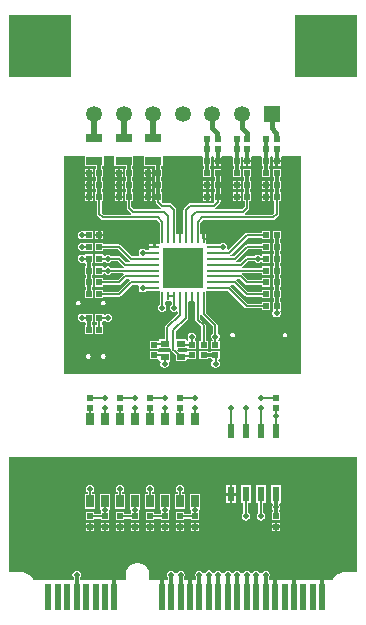
<source format=gbl>
G04*
G04 #@! TF.GenerationSoftware,Altium Limited,Altium Designer,22.1.2 (22)*
G04*
G04 Layer_Physical_Order=4*
G04 Layer_Color=16711680*
%FSLAX25Y25*%
%MOIN*%
G70*
G04*
G04 #@! TF.SameCoordinates,DC6CBC75-D83B-4164-BAAA-666503FEC379*
G04*
G04*
G04 #@! TF.FilePolarity,Positive*
G04*
G01*
G75*
%ADD11C,0.00787*%
%ADD14R,0.02047X0.01850*%
%ADD15R,0.02756X0.03937*%
%ADD16R,0.01850X0.02047*%
%ADD33R,0.02362X0.09055*%
%ADD34C,0.01181*%
%ADD35C,0.01968*%
%ADD36C,0.01575*%
%ADD37R,0.05315X0.05315*%
%ADD38C,0.05315*%
%ADD39R,0.20866X0.20866*%
%ADD40C,0.01968*%
%ADD42R,0.05512X0.02756*%
%ADD43R,0.02362X0.05118*%
%ADD44R,0.13583X0.13583*%
%ADD45R,0.00984X0.02756*%
%ADD46R,0.02756X0.00984*%
%ADD47R,0.02756X0.02362*%
G36*
X54500Y66929D02*
X-24500D01*
Y139500D01*
X-17520D01*
Y136279D01*
X-13681D01*
Y135276D01*
X-13996D01*
Y132441D01*
X-13681D01*
Y131339D01*
X-13996D01*
Y128504D01*
X-13681D01*
Y127402D01*
X-13996D01*
Y124567D01*
X-13480D01*
Y120256D01*
X-13419Y119949D01*
X-13245Y119688D01*
X-12052Y118495D01*
X-11791Y118321D01*
X-11484Y118260D01*
X-11484Y118260D01*
X6588D01*
X7465Y117384D01*
Y113583D01*
X7382D01*
Y110499D01*
X7382Y110138D01*
X7021Y110138D01*
X6102D01*
Y109252D01*
X5709D01*
Y108858D01*
X3937D01*
Y108669D01*
X3937Y108366D01*
X3553Y108086D01*
X2918D01*
X2552Y108451D01*
X2046Y108661D01*
X1498D01*
X991Y108451D01*
X604Y108064D01*
X394Y107557D01*
Y107009D01*
X556Y106617D01*
X335Y106117D01*
X-1833D01*
X-5535Y109820D01*
X-5796Y109994D01*
X-6103Y110055D01*
X-11358D01*
Y110669D01*
X-13996D01*
Y107835D01*
X-11358D01*
Y108449D01*
X-6435D01*
X-2733Y104747D01*
X-2733Y104747D01*
X-2586Y104649D01*
X-2709Y104149D01*
X-3801D01*
X-5535Y105883D01*
X-5535Y105883D01*
X-5796Y106057D01*
X-6103Y106118D01*
X-8697D01*
X-9062Y106483D01*
X-9568Y106693D01*
X-10117D01*
X-10623Y106483D01*
X-10858Y106248D01*
X-11358Y106432D01*
Y106732D01*
X-13996D01*
Y103898D01*
X-11358D01*
Y104198D01*
X-10858Y104382D01*
X-10623Y104147D01*
X-10117Y103937D01*
X-9568D01*
X-9062Y104147D01*
X-8697Y104512D01*
X-6435D01*
X-4702Y102778D01*
X-4702Y102778D01*
X-4555Y102681D01*
X-4678Y102181D01*
X-8697D01*
X-9062Y102546D01*
X-9568Y102756D01*
X-10117D01*
X-10623Y102546D01*
X-10858Y102311D01*
X-11358Y102495D01*
Y102795D01*
X-13996D01*
Y99961D01*
X-11358D01*
Y100261D01*
X-10858Y100445D01*
X-10623Y100209D01*
X-10117Y100000D01*
X-9568D01*
X-9062Y100209D01*
X-8697Y100575D01*
X-4677D01*
X-4555Y100075D01*
X-4702Y99977D01*
X-4702Y99977D01*
X-6435Y98243D01*
X-11358D01*
Y98858D01*
X-13996D01*
Y96024D01*
X-11358D01*
Y96637D01*
X-6103D01*
X-5796Y96699D01*
X-5535Y96873D01*
X-3801Y98606D01*
X-2709D01*
X-2586Y98106D01*
X-2733Y98008D01*
X-2734Y98006D01*
X-6435Y94306D01*
X-11358D01*
Y94921D01*
X-13996D01*
Y92087D01*
X-11358D01*
Y92700D01*
X-6102D01*
X-5795Y92762D01*
X-5534Y92936D01*
X-1832Y96638D01*
X335D01*
X556Y96138D01*
X394Y95746D01*
Y95198D01*
X604Y94692D01*
X991Y94304D01*
X1498Y94094D01*
X2046D01*
X2552Y94304D01*
X2918Y94669D01*
X3937D01*
Y94587D01*
X7021D01*
X7382Y94587D01*
X7382Y94226D01*
Y91142D01*
X7465D01*
Y90122D01*
X7100Y89757D01*
X6890Y89250D01*
Y88702D01*
X7100Y88196D01*
X7487Y87808D01*
X7994Y87598D01*
X8542D01*
X9048Y87808D01*
X9436Y88196D01*
X9646Y88702D01*
Y89250D01*
X9436Y89757D01*
X9071Y90122D01*
Y90758D01*
X9350Y91142D01*
X9653Y91142D01*
X11122D01*
X11402Y90758D01*
Y90122D01*
X11037Y89757D01*
X10827Y89250D01*
Y88702D01*
X11037Y88196D01*
X11424Y87808D01*
X11931Y87598D01*
X12479D01*
X12870Y87760D01*
X13370Y87540D01*
Y87006D01*
X9432Y83068D01*
X9258Y82807D01*
X9197Y82500D01*
Y78543D01*
X7283D01*
Y78167D01*
X6929Y77815D01*
X4095D01*
Y75177D01*
X6929D01*
Y75177D01*
X7283Y75394D01*
X10697D01*
X10827Y75394D01*
X11197Y75081D01*
Y75000D01*
X11258Y74693D01*
X11432Y74432D01*
X11989Y73876D01*
X11989Y73875D01*
X12013Y73860D01*
X12795Y73077D01*
Y71063D01*
X16339D01*
Y71440D01*
X16693Y71791D01*
X19528D01*
Y74429D01*
X16693D01*
Y74429D01*
X16339Y74213D01*
X13931D01*
X13250Y74894D01*
X13397Y75337D01*
X13449Y75394D01*
X16339D01*
X16693Y75177D01*
Y75177D01*
X19528D01*
Y77815D01*
X19229D01*
X19044Y78315D01*
X19278Y78549D01*
X19488Y79056D01*
Y79604D01*
X19278Y80111D01*
X18891Y80498D01*
X18384Y80708D01*
X17836D01*
X17330Y80498D01*
X16942Y80111D01*
X16732Y79604D01*
Y79056D01*
X16942Y78549D01*
X16768Y78034D01*
X16339Y78412D01*
Y78543D01*
X12803D01*
Y81167D01*
X16709Y85074D01*
X16883Y85334D01*
X16945Y85642D01*
Y90758D01*
X17224Y91142D01*
X17528Y91142D01*
X17717D01*
Y92913D01*
X18504D01*
Y91142D01*
X18996D01*
X19276Y90758D01*
Y85039D01*
X19337Y84732D01*
X19511Y84471D01*
X21244Y82738D01*
Y77815D01*
X20630D01*
Y75177D01*
X23465D01*
Y77815D01*
X22850D01*
Y83070D01*
X22850Y83070D01*
X22789Y83378D01*
X22615Y83638D01*
X20882Y85372D01*
Y86464D01*
X21382Y86586D01*
X21480Y86440D01*
X25181Y82738D01*
Y80476D01*
X24816Y80111D01*
X24606Y79604D01*
Y79056D01*
X24816Y78549D01*
X25050Y78315D01*
X24865Y77815D01*
X24567D01*
Y75177D01*
X27402D01*
Y77815D01*
X27102D01*
X26917Y78315D01*
X27152Y78549D01*
X27362Y79056D01*
Y79604D01*
X27152Y80111D01*
X26787Y80476D01*
Y83070D01*
X26726Y83378D01*
X26552Y83638D01*
X26552Y83638D01*
X22850Y87340D01*
Y91142D01*
X22933D01*
Y94226D01*
X22933Y94587D01*
X23294Y94587D01*
X26378D01*
Y94669D01*
X30180D01*
X35850Y88999D01*
X35850Y88999D01*
X36110Y88825D01*
X36418Y88764D01*
X41673D01*
Y88150D01*
X44311D01*
Y90984D01*
X41673D01*
Y90370D01*
X36750D01*
X31080Y96040D01*
X30934Y96138D01*
X31059Y96638D01*
X32148D01*
X35850Y92936D01*
X35850Y92936D01*
X36110Y92762D01*
X36418Y92701D01*
X36418Y92701D01*
X41673D01*
Y92087D01*
X44311D01*
Y94921D01*
X41673D01*
Y94307D01*
X36750D01*
X33048Y98009D01*
X32902Y98106D01*
X33027Y98606D01*
X34117D01*
X35850Y96873D01*
X35850Y96873D01*
X36110Y96699D01*
X36418Y96638D01*
X36418Y96638D01*
X41673D01*
Y96024D01*
X44311D01*
Y98858D01*
X41673D01*
Y98244D01*
X36750D01*
X35017Y99977D01*
X34871Y100075D01*
X34996Y100575D01*
X41673D01*
Y99961D01*
X44311D01*
Y102795D01*
X41673D01*
Y102181D01*
X34993D01*
X34870Y102681D01*
X35017Y102778D01*
X36750Y104512D01*
X39012D01*
X39378Y104147D01*
X39884Y103937D01*
X40432D01*
X40939Y104147D01*
X41173Y104381D01*
X41673Y104196D01*
Y103898D01*
X44311D01*
Y106732D01*
X41673D01*
Y106433D01*
X41173Y106248D01*
X40939Y106483D01*
X40432Y106693D01*
X39884D01*
X39378Y106483D01*
X39013Y106118D01*
X36418D01*
X36418Y106118D01*
X36110Y106057D01*
X35850Y105883D01*
X35850Y105883D01*
X34116Y104149D01*
X33024D01*
X32901Y104649D01*
X33048Y104747D01*
X36750Y108449D01*
X41673D01*
Y107835D01*
X44311D01*
Y110669D01*
X41673D01*
Y110055D01*
X36418D01*
X36418Y110055D01*
X36110Y109994D01*
X35850Y109820D01*
X35850Y109820D01*
X32148Y106117D01*
X31056D01*
X30933Y106617D01*
X31080Y106716D01*
X36750Y112386D01*
X41673D01*
Y111772D01*
X44311D01*
Y114606D01*
X41673D01*
Y113992D01*
X36418D01*
X36110Y113931D01*
X35850Y113757D01*
X35850Y113757D01*
X30420Y108327D01*
X30195Y108369D01*
X29900Y108925D01*
X29921Y108977D01*
Y109526D01*
X29711Y110032D01*
X29324Y110420D01*
X28817Y110630D01*
X28269D01*
X27763Y110420D01*
X27397Y110055D01*
X26378D01*
Y110138D01*
X23294D01*
X22933Y110138D01*
X22933Y110499D01*
Y111417D01*
X22047D01*
Y111811D01*
X21654D01*
Y113583D01*
X21465D01*
X21161Y113583D01*
X20882Y113967D01*
Y117384D01*
X21758Y118260D01*
X45185D01*
X45492Y118321D01*
X45753Y118495D01*
X46946Y119688D01*
X47120Y119949D01*
X47181Y120256D01*
X47181Y120256D01*
Y124567D01*
X47697D01*
Y127402D01*
X47381D01*
Y128504D01*
X47697D01*
Y131339D01*
X47381D01*
Y132441D01*
X47697D01*
Y135276D01*
X45059D01*
Y132441D01*
X45374D01*
Y131339D01*
X45059D01*
Y128504D01*
X45374D01*
Y127402D01*
X45059D01*
Y124567D01*
X45575D01*
Y120588D01*
X44853Y119866D01*
X35886D01*
X35764Y120366D01*
X35910Y120464D01*
X37103Y121657D01*
X37277Y121917D01*
X37338Y122224D01*
X37338Y122224D01*
Y124567D01*
X37854D01*
Y127402D01*
X37539D01*
Y128504D01*
X37854D01*
Y131339D01*
X37539D01*
Y132441D01*
X37854D01*
Y135276D01*
X35217D01*
Y132441D01*
X35532D01*
Y131339D01*
X35217D01*
Y128504D01*
X35532D01*
Y127402D01*
X35217D01*
Y124567D01*
X35733D01*
Y122557D01*
X35010Y121834D01*
X26044D01*
X25921Y122334D01*
X26068Y122432D01*
X27261Y123625D01*
X27435Y123886D01*
X27496Y124193D01*
X27801Y124567D01*
X28012D01*
Y127402D01*
X27696D01*
Y128504D01*
X28012D01*
Y131339D01*
X27696D01*
Y132441D01*
X28012D01*
Y135276D01*
X25374D01*
Y132441D01*
X25689D01*
Y131339D01*
X25374D01*
Y128504D01*
X25689D01*
Y127402D01*
X25374D01*
Y124567D01*
X25374D01*
X25416Y124200D01*
X25050Y123803D01*
X17489D01*
X17181Y123742D01*
X16921Y123568D01*
X16921Y123568D01*
X15574Y122221D01*
X15400Y121960D01*
X15339Y121653D01*
Y113967D01*
X15059Y113583D01*
X14756Y113583D01*
X14567D01*
Y111811D01*
X13780D01*
Y113583D01*
X13287D01*
X13008Y113967D01*
Y121653D01*
X12946Y121960D01*
X12772Y122221D01*
X12772Y122221D01*
X11426Y123568D01*
X11165Y123742D01*
X10858Y123803D01*
X8651D01*
X8285Y124200D01*
X8327Y124567D01*
X8327D01*
Y127402D01*
X8011D01*
Y128504D01*
X8327D01*
Y131339D01*
X8011D01*
Y132441D01*
X8327D01*
Y135276D01*
X8011D01*
Y136279D01*
X8465D01*
Y139500D01*
X21607D01*
X21988Y139213D01*
Y136378D01*
X22304D01*
Y135276D01*
X21988D01*
Y132441D01*
X24626D01*
Y135276D01*
X24311D01*
Y136378D01*
X24626D01*
Y139213D01*
X25000Y139495D01*
X25374Y139213D01*
X25374Y139000D01*
Y138189D01*
X26693D01*
X28012D01*
Y139000D01*
X28012Y139213D01*
X28393Y139500D01*
X31450D01*
X31831Y139213D01*
Y136378D01*
X32146D01*
Y135276D01*
X31831D01*
Y132441D01*
X34468D01*
Y135276D01*
X34153D01*
Y136378D01*
X34468D01*
Y139213D01*
X34843Y139495D01*
X35217Y139213D01*
X35217Y139000D01*
Y138189D01*
X36535D01*
X37854D01*
Y139000D01*
X37854Y139213D01*
X38235Y139500D01*
X41292D01*
X41673Y139213D01*
Y136378D01*
X41989D01*
Y135276D01*
X41673D01*
Y132441D01*
X44311D01*
Y135276D01*
X43996D01*
Y136378D01*
X44311D01*
Y139213D01*
X44685Y139495D01*
X45059Y139213D01*
X45059Y139000D01*
Y138189D01*
X46378D01*
X47697D01*
Y139000D01*
X47697Y139213D01*
X48078Y139500D01*
X54500D01*
Y66929D01*
D02*
G37*
G36*
X2165Y136279D02*
X6004D01*
Y135276D01*
X5689D01*
Y132441D01*
X6004D01*
Y131339D01*
X5689D01*
Y128504D01*
X6004D01*
Y127402D01*
X5689D01*
Y124567D01*
X6205D01*
Y124193D01*
X6266Y123886D01*
X6440Y123625D01*
X7633Y122432D01*
X7780Y122334D01*
X7657Y121834D01*
X-1309D01*
X-2032Y122557D01*
Y124567D01*
X-1516D01*
Y127402D01*
X-1831D01*
Y128504D01*
X-1516D01*
Y131339D01*
X-1831D01*
Y132441D01*
X-1516D01*
Y135276D01*
X-1831D01*
Y136279D01*
X-1378D01*
Y139500D01*
X2165D01*
Y136279D01*
D02*
G37*
G36*
X-7677D02*
X-3838D01*
Y135276D01*
X-4154D01*
Y132441D01*
X-3838D01*
Y131339D01*
X-4154D01*
Y128504D01*
X-3838D01*
Y127402D01*
X-4154D01*
Y124567D01*
X-3638D01*
Y122224D01*
X-3576Y121917D01*
X-3402Y121657D01*
X-2209Y120464D01*
X-2063Y120366D01*
X-2185Y119866D01*
X-11152D01*
X-11874Y120588D01*
Y124567D01*
X-11358D01*
Y127402D01*
X-11674D01*
Y128504D01*
X-11358D01*
Y131339D01*
X-11674D01*
Y132441D01*
X-11358D01*
Y135276D01*
X-11674D01*
Y136279D01*
X-11220D01*
Y139500D01*
X-7677D01*
Y136279D01*
D02*
G37*
G36*
X73209Y807D02*
X68898D01*
X68873Y802D01*
X68848Y805D01*
X68540Y790D01*
X68468Y772D01*
X68393D01*
X67788Y652D01*
X67696Y614D01*
X67599Y595D01*
X67029Y358D01*
X66947Y303D01*
X66855Y266D01*
X66342Y-77D01*
X66272Y-147D01*
X66190Y-202D01*
X65753Y-639D01*
X65698Y-721D01*
X65629Y-791D01*
X65286Y-1304D01*
X65248Y-1396D01*
X65193Y-1478D01*
X65003Y-1936D01*
X43720D01*
Y-978D01*
X44014Y-538D01*
X44122Y0D01*
X44014Y538D01*
X43710Y993D01*
X43254Y1298D01*
X42717Y1405D01*
X42179Y1298D01*
X41723Y993D01*
X41418Y538D01*
X41397Y428D01*
X40887D01*
X40865Y538D01*
X40560Y993D01*
X40105Y1298D01*
X39567Y1405D01*
X39029Y1298D01*
X38574Y993D01*
X38269Y538D01*
X38247Y428D01*
X37737D01*
X37715Y538D01*
X37411Y993D01*
X36955Y1298D01*
X36417Y1405D01*
X35880Y1298D01*
X35424Y993D01*
X35119Y538D01*
X35097Y428D01*
X34588D01*
X34566Y538D01*
X34261Y993D01*
X33805Y1298D01*
X33268Y1405D01*
X32730Y1298D01*
X32274Y993D01*
X31970Y538D01*
X31948Y428D01*
X31438D01*
X31416Y538D01*
X31112Y993D01*
X30656Y1298D01*
X30118Y1405D01*
X29581Y1298D01*
X29125Y993D01*
X28820Y538D01*
X28798Y428D01*
X28288D01*
X28267Y538D01*
X27962Y993D01*
X27506Y1298D01*
X26969Y1405D01*
X26431Y1298D01*
X25975Y993D01*
X25670Y538D01*
X25649Y428D01*
X25139D01*
X25117Y538D01*
X24812Y993D01*
X24356Y1298D01*
X23819Y1405D01*
X23281Y1298D01*
X22825Y993D01*
X22521Y538D01*
X22499Y428D01*
X21989D01*
X21967Y538D01*
X21663Y993D01*
X21207Y1298D01*
X20669Y1405D01*
X20132Y1298D01*
X19676Y993D01*
X19371Y538D01*
X19264Y0D01*
X19371Y-538D01*
X19666Y-978D01*
Y-1936D01*
X15374D01*
Y-978D01*
X15668Y-538D01*
X15775Y0D01*
X15668Y538D01*
X15363Y993D01*
X14908Y1298D01*
X14370Y1405D01*
X13832Y1298D01*
X13377Y993D01*
X13072Y538D01*
X13050Y428D01*
X12540D01*
X12518Y538D01*
X12214Y993D01*
X11758Y1298D01*
X11220Y1405D01*
X10683Y1298D01*
X10227Y993D01*
X9922Y538D01*
X9815Y0D01*
X9922Y-538D01*
X10217Y-978D01*
Y-1936D01*
X3956D01*
Y0D01*
X3950Y33D01*
X3954Y66D01*
X3929Y451D01*
X3903Y546D01*
X3897Y645D01*
X3697Y1390D01*
X3639Y1508D01*
X3597Y1632D01*
X3212Y2299D01*
X3125Y2398D01*
X3052Y2507D01*
X2507Y3052D01*
X2398Y3125D01*
X2299Y3212D01*
X1632Y3597D01*
X1507Y3639D01*
X1390Y3697D01*
X645Y3897D01*
X514Y3905D01*
X385Y3931D01*
X-385D01*
X-514Y3905D01*
X-645Y3897D01*
X-1390Y3697D01*
X-1508Y3639D01*
X-1632Y3597D01*
X-2299Y3212D01*
X-2398Y3125D01*
X-2507Y3052D01*
X-3052Y2507D01*
X-3125Y2398D01*
X-3212Y2299D01*
X-3597Y1632D01*
X-3639Y1507D01*
X-3697Y1390D01*
X-3897Y645D01*
X-3903Y546D01*
X-3929Y451D01*
X-3954Y66D01*
X-3950Y33D01*
X-3956Y0D01*
Y-1936D01*
X-19272D01*
Y-978D01*
X-18978Y-538D01*
X-18871Y0D01*
X-18978Y538D01*
X-19282Y993D01*
X-19738Y1298D01*
X-20276Y1405D01*
X-20813Y1298D01*
X-21269Y993D01*
X-21574Y538D01*
X-21680Y0D01*
X-21574Y-538D01*
X-21279Y-978D01*
Y-1936D01*
X-34688D01*
X-34878Y-1478D01*
X-34933Y-1396D01*
X-34971Y-1304D01*
X-35314Y-791D01*
X-35383Y-721D01*
X-35438Y-639D01*
X-35875Y-202D01*
X-35957Y-147D01*
X-36027Y-77D01*
X-36540Y266D01*
X-36632Y303D01*
X-36714Y358D01*
X-37284Y595D01*
X-37381Y614D01*
X-37473Y652D01*
X-38078Y772D01*
X-38153D01*
X-38225Y790D01*
X-38533Y805D01*
X-38558Y802D01*
X-38583Y807D01*
X-42894D01*
Y39370D01*
X73209D01*
Y807D01*
D02*
G37*
%LPC*%
G36*
X47697Y137402D02*
X46772D01*
Y136378D01*
X47697D01*
Y137402D01*
D02*
G37*
G36*
X45984D02*
X45059D01*
Y136378D01*
X45984D01*
Y137402D01*
D02*
G37*
G36*
X37854D02*
X36929D01*
Y136378D01*
X37854D01*
Y137402D01*
D02*
G37*
G36*
X36142D02*
X35217D01*
Y136378D01*
X36142D01*
Y137402D01*
D02*
G37*
G36*
X28012D02*
X27087D01*
Y136378D01*
X28012D01*
Y137402D01*
D02*
G37*
G36*
X26299D02*
X25374D01*
Y136378D01*
X26299D01*
Y137402D01*
D02*
G37*
G36*
X-14744Y135276D02*
X-15669D01*
Y134252D01*
X-14744D01*
Y135276D01*
D02*
G37*
G36*
X-16457D02*
X-17382D01*
Y134252D01*
X-16457D01*
Y135276D01*
D02*
G37*
G36*
X-14744Y133465D02*
X-15669D01*
Y132441D01*
X-14744D01*
Y133465D01*
D02*
G37*
G36*
X-16457D02*
X-17382D01*
Y132441D01*
X-16457D01*
Y133465D01*
D02*
G37*
G36*
X44311Y131339D02*
X43386D01*
Y130315D01*
X44311D01*
Y131339D01*
D02*
G37*
G36*
X42598D02*
X41673D01*
Y130315D01*
X42598D01*
Y131339D01*
D02*
G37*
G36*
X34468D02*
X33543D01*
Y130315D01*
X34468D01*
Y131339D01*
D02*
G37*
G36*
X32756D02*
X31831D01*
Y130315D01*
X32756D01*
Y131339D01*
D02*
G37*
G36*
X24626D02*
X23701D01*
Y130315D01*
X24626D01*
Y131339D01*
D02*
G37*
G36*
X22913D02*
X21988D01*
Y130315D01*
X22913D01*
Y131339D01*
D02*
G37*
G36*
X-14744D02*
X-15669D01*
Y130315D01*
X-14744D01*
Y131339D01*
D02*
G37*
G36*
X-16457D02*
X-17382D01*
Y130315D01*
X-16457D01*
Y131339D01*
D02*
G37*
G36*
X44311Y129528D02*
X43386D01*
Y128504D01*
X44311D01*
Y129528D01*
D02*
G37*
G36*
X42598D02*
X41673D01*
Y128504D01*
X42598D01*
Y129528D01*
D02*
G37*
G36*
X34468D02*
X33543D01*
Y128504D01*
X34468D01*
Y129528D01*
D02*
G37*
G36*
X32756D02*
X31831D01*
Y128504D01*
X32756D01*
Y129528D01*
D02*
G37*
G36*
X24626D02*
X23701D01*
Y128504D01*
X24626D01*
Y129528D01*
D02*
G37*
G36*
X22913D02*
X21988D01*
Y128504D01*
X22913D01*
Y129528D01*
D02*
G37*
G36*
X-14744D02*
X-15669D01*
Y128504D01*
X-14744D01*
Y129528D01*
D02*
G37*
G36*
X-16457D02*
X-17382D01*
Y128504D01*
X-16457D01*
Y129528D01*
D02*
G37*
G36*
X44311Y127402D02*
X43386D01*
Y126378D01*
X44311D01*
Y127402D01*
D02*
G37*
G36*
X42598D02*
X41673D01*
Y126378D01*
X42598D01*
Y127402D01*
D02*
G37*
G36*
X34468D02*
X33543D01*
Y126378D01*
X34468D01*
Y127402D01*
D02*
G37*
G36*
X32756D02*
X31831D01*
Y126378D01*
X32756D01*
Y127402D01*
D02*
G37*
G36*
X24626D02*
X23701D01*
Y126378D01*
X24626D01*
Y127402D01*
D02*
G37*
G36*
X22913D02*
X21988D01*
Y126378D01*
X22913D01*
Y127402D01*
D02*
G37*
G36*
X-14744D02*
X-15669D01*
Y126378D01*
X-14744D01*
Y127402D01*
D02*
G37*
G36*
X-16457D02*
X-17382D01*
Y126378D01*
X-16457D01*
Y127402D01*
D02*
G37*
G36*
X44311Y125591D02*
X43386D01*
Y124567D01*
X44311D01*
Y125591D01*
D02*
G37*
G36*
X42598D02*
X41673D01*
Y124567D01*
X42598D01*
Y125591D01*
D02*
G37*
G36*
X34468D02*
X33543D01*
Y124567D01*
X34468D01*
Y125591D01*
D02*
G37*
G36*
X32756D02*
X31831D01*
Y124567D01*
X32756D01*
Y125591D01*
D02*
G37*
G36*
X24626D02*
X23701D01*
Y124567D01*
X24626D01*
Y125591D01*
D02*
G37*
G36*
X22913D02*
X21988D01*
Y124567D01*
X22913D01*
Y125591D01*
D02*
G37*
G36*
X-14744D02*
X-15669D01*
Y124567D01*
X-14744D01*
Y125591D01*
D02*
G37*
G36*
X-16457D02*
X-17382D01*
Y124567D01*
X-16457D01*
Y125591D01*
D02*
G37*
G36*
X-17382Y114606D02*
X-17882Y114423D01*
X-18230Y114567D01*
X-18778D01*
X-19285Y114357D01*
X-19672Y113970D01*
X-19882Y113463D01*
Y112915D01*
X-19672Y112408D01*
X-19285Y112021D01*
X-18778Y111811D01*
X-18230D01*
X-17882Y111955D01*
X-17382Y111772D01*
Y111772D01*
X-14744D01*
Y114606D01*
X-17382D01*
Y114606D01*
D02*
G37*
G36*
X-11358Y114606D02*
X-12284D01*
Y113583D01*
X-11358D01*
Y114606D01*
D02*
G37*
G36*
X-13071D02*
X-13996D01*
Y113583D01*
X-13071D01*
Y114606D01*
D02*
G37*
G36*
X22441Y113583D02*
Y112205D01*
X22933D01*
Y113583D01*
X22441D01*
D02*
G37*
G36*
X-11358Y112795D02*
X-12284D01*
Y111772D01*
X-11358D01*
Y112795D01*
D02*
G37*
G36*
X-13071D02*
X-13996D01*
Y111772D01*
X-13071D01*
Y112795D01*
D02*
G37*
G36*
X-17382Y110669D02*
X-17882Y110486D01*
X-18230Y110630D01*
X-18778D01*
X-19285Y110420D01*
X-19672Y110032D01*
X-19882Y109526D01*
Y108978D01*
X-19672Y108471D01*
X-19285Y108084D01*
X-18778Y107874D01*
X-18230D01*
X-17882Y108018D01*
X-17382Y107835D01*
Y107835D01*
X-14744D01*
Y110669D01*
X-17382D01*
Y110669D01*
D02*
G37*
G36*
X5315Y110138D02*
X3937D01*
Y109646D01*
X5315D01*
Y110138D01*
D02*
G37*
G36*
X-17382Y106732D02*
X-17882Y106549D01*
X-18230Y106693D01*
X-18778D01*
X-19285Y106483D01*
X-19672Y106096D01*
X-19882Y105589D01*
Y105041D01*
X-19672Y104534D01*
X-19285Y104147D01*
X-18778Y103937D01*
X-18230D01*
X-17882Y104081D01*
X-17382Y103898D01*
D01*
X-17066Y103528D01*
Y102795D01*
X-17382D01*
Y99961D01*
X-17066D01*
Y98858D01*
X-17382D01*
Y96024D01*
X-17066D01*
Y94921D01*
X-17382D01*
Y92087D01*
X-14744D01*
Y94921D01*
X-15059D01*
Y96024D01*
X-14744D01*
Y98858D01*
X-15059D01*
Y99961D01*
X-14744D01*
Y102795D01*
X-15059D01*
Y103898D01*
X-14744D01*
Y106732D01*
X-17382D01*
Y106732D01*
D02*
G37*
G36*
X-11272Y91339D02*
X-11586D01*
X-11875Y91219D01*
X-12097Y90997D01*
X-12217Y90708D01*
Y90395D01*
X-12097Y90105D01*
X-11875Y89884D01*
X-11586Y89764D01*
X-11272D01*
X-10983Y89884D01*
X-10762Y90105D01*
X-10642Y90395D01*
Y90708D01*
X-10762Y90997D01*
X-10983Y91219D01*
X-11272Y91339D01*
D02*
G37*
G36*
X-19528D02*
X-19842D01*
X-20131Y91219D01*
X-20353Y90997D01*
X-20472Y90708D01*
Y90395D01*
X-20353Y90105D01*
X-20131Y89884D01*
X-19842Y89764D01*
X-19528D01*
X-19239Y89884D01*
X-19017Y90105D01*
X-18898Y90395D01*
Y90708D01*
X-19017Y90997D01*
X-19239Y91219D01*
X-19528Y91339D01*
D02*
G37*
G36*
X-17382Y87047D02*
X-17882Y86864D01*
X-18230Y87008D01*
X-18778D01*
X-19285Y86798D01*
X-19672Y86410D01*
X-19882Y85904D01*
Y85356D01*
X-19672Y84849D01*
X-19285Y84462D01*
X-18778Y84252D01*
X-18230D01*
X-17882Y84396D01*
X-17382Y84213D01*
D01*
X-17066Y83843D01*
Y83110D01*
X-17382D01*
Y80276D01*
X-14744D01*
Y83110D01*
X-15059D01*
Y84213D01*
X-14744D01*
Y87047D01*
X-17382D01*
Y87047D01*
D02*
G37*
G36*
X47697Y114606D02*
X45059D01*
Y111772D01*
X45374D01*
Y110669D01*
X45059D01*
Y107835D01*
X45374D01*
Y106732D01*
X45059D01*
Y103898D01*
X45374D01*
Y102795D01*
X45059D01*
Y99961D01*
X45374D01*
Y98858D01*
X45059D01*
Y96024D01*
X45374D01*
Y94921D01*
X45059D01*
Y92087D01*
X45374D01*
Y90984D01*
X45059D01*
Y88150D01*
X45059Y88150D01*
X45059D01*
X45103Y87650D01*
X45000Y87400D01*
Y86852D01*
X45210Y86345D01*
X45597Y85958D01*
X46104Y85748D01*
X46652D01*
X47159Y85958D01*
X47546Y86345D01*
X47756Y86852D01*
Y87400D01*
X47653Y87650D01*
X47697Y88150D01*
X47697Y88150D01*
X47697Y88150D01*
Y90984D01*
X47381D01*
Y92087D01*
X47697D01*
Y94921D01*
X47381D01*
Y96024D01*
X47697D01*
Y98858D01*
X47381D01*
Y99961D01*
X47697D01*
Y102795D01*
X47381D01*
Y103898D01*
X47697D01*
Y106732D01*
X47381D01*
Y107835D01*
X47697D01*
Y110669D01*
X47381D01*
Y111772D01*
X47697D01*
Y114606D01*
D02*
G37*
G36*
X-11358Y87047D02*
X-13996D01*
Y84213D01*
X-13480D01*
Y83110D01*
X-13996D01*
Y80276D01*
X-11358D01*
Y83110D01*
X-11874D01*
Y84213D01*
X-11358D01*
Y84513D01*
X-10858Y84697D01*
X-10623Y84462D01*
X-10117Y84252D01*
X-9568D01*
X-9062Y84462D01*
X-8674Y84849D01*
X-8465Y85356D01*
Y85904D01*
X-8674Y86410D01*
X-9062Y86798D01*
X-9568Y87008D01*
X-10117D01*
X-10623Y86798D01*
X-10858Y86563D01*
X-11358Y86747D01*
Y87047D01*
D02*
G37*
G36*
X49369Y80709D02*
X49056D01*
X48767Y80589D01*
X48545Y80367D01*
X48425Y80078D01*
Y79765D01*
X48545Y79475D01*
X48767Y79254D01*
X49056Y79134D01*
X49369D01*
X49659Y79254D01*
X49880Y79475D01*
X50000Y79765D01*
Y80078D01*
X49880Y80367D01*
X49659Y80589D01*
X49369Y80709D01*
D02*
G37*
G36*
X31885D02*
X31572D01*
X31282Y80589D01*
X31061Y80367D01*
X30941Y80078D01*
Y79765D01*
X31061Y79475D01*
X31282Y79254D01*
X31572Y79134D01*
X31885D01*
X32174Y79254D01*
X32396Y79475D01*
X32516Y79765D01*
Y80078D01*
X32396Y80367D01*
X32174Y80589D01*
X31885Y80709D01*
D02*
G37*
G36*
X27402Y74429D02*
X24567D01*
Y74114D01*
X23465D01*
Y74429D01*
X20630D01*
Y71791D01*
X23465D01*
Y72107D01*
X24567D01*
Y71791D01*
X24930D01*
X25114Y71291D01*
X24879Y71056D01*
X24669Y70550D01*
Y70002D01*
X24879Y69495D01*
X25267Y69107D01*
X25773Y68898D01*
X26321D01*
X26828Y69107D01*
X27215Y69495D01*
X27425Y70002D01*
Y70550D01*
X27215Y71056D01*
X26980Y71291D01*
X27164Y71791D01*
X27402D01*
Y74429D01*
D02*
G37*
G36*
X-11272Y73622D02*
X-11586D01*
X-11875Y73502D01*
X-12097Y73281D01*
X-12217Y72991D01*
Y72678D01*
X-12097Y72389D01*
X-11875Y72167D01*
X-11586Y72047D01*
X-11272D01*
X-10983Y72167D01*
X-10762Y72389D01*
X-10642Y72678D01*
Y72991D01*
X-10762Y73281D01*
X-10983Y73502D01*
X-11272Y73622D01*
D02*
G37*
G36*
X-16273D02*
X-16586D01*
X-16875Y73502D01*
X-17097Y73281D01*
X-17217Y72991D01*
Y72678D01*
X-17097Y72389D01*
X-16875Y72167D01*
X-16586Y72047D01*
X-16273D01*
X-15983Y72167D01*
X-15762Y72389D01*
X-15642Y72678D01*
Y72991D01*
X-15762Y73281D01*
X-15983Y73502D01*
X-16273Y73622D01*
D02*
G37*
G36*
X6929Y74429D02*
Y74429D01*
X4095D01*
Y71791D01*
X6929D01*
X7283Y71440D01*
Y71063D01*
X7349D01*
X7683Y70563D01*
X7677Y70550D01*
Y70002D01*
X7887Y69495D01*
X8275Y69107D01*
X8781Y68898D01*
X9329D01*
X9836Y69107D01*
X10223Y69495D01*
X10433Y70002D01*
Y70550D01*
X10428Y70563D01*
X10762Y71063D01*
X10827D01*
Y74213D01*
X7283D01*
X6929Y74429D01*
D02*
G37*
G36*
X4941Y135276D02*
X4016D01*
Y134252D01*
X4941D01*
Y135276D01*
D02*
G37*
G36*
X3228D02*
X2303D01*
Y134252D01*
X3228D01*
Y135276D01*
D02*
G37*
G36*
X4941Y133465D02*
X4016D01*
Y132441D01*
X4941D01*
Y133465D01*
D02*
G37*
G36*
X3228D02*
X2303D01*
Y132441D01*
X3228D01*
Y133465D01*
D02*
G37*
G36*
X4941Y131339D02*
X4016D01*
Y130315D01*
X4941D01*
Y131339D01*
D02*
G37*
G36*
X3228D02*
X2303D01*
Y130315D01*
X3228D01*
Y131339D01*
D02*
G37*
G36*
X4941Y129528D02*
X4016D01*
Y128504D01*
X4941D01*
Y129528D01*
D02*
G37*
G36*
X3228D02*
X2303D01*
Y128504D01*
X3228D01*
Y129528D01*
D02*
G37*
G36*
X4941Y127402D02*
X4016D01*
Y126378D01*
X4941D01*
Y127402D01*
D02*
G37*
G36*
X3228D02*
X2303D01*
Y126378D01*
X3228D01*
Y127402D01*
D02*
G37*
G36*
X4941Y125591D02*
X4016D01*
Y124567D01*
X4941D01*
Y125591D01*
D02*
G37*
G36*
X3228D02*
X2303D01*
Y124567D01*
X3228D01*
Y125591D01*
D02*
G37*
G36*
X-4902Y135276D02*
X-5827D01*
Y134252D01*
X-4902D01*
Y135276D01*
D02*
G37*
G36*
X-6614D02*
X-7539D01*
Y134252D01*
X-6614D01*
Y135276D01*
D02*
G37*
G36*
X-4902Y133465D02*
X-5827D01*
Y132441D01*
X-4902D01*
Y133465D01*
D02*
G37*
G36*
X-6614D02*
X-7539D01*
Y132441D01*
X-6614D01*
Y133465D01*
D02*
G37*
G36*
X-4902Y131339D02*
X-5827D01*
Y130315D01*
X-4902D01*
Y131339D01*
D02*
G37*
G36*
X-6614D02*
X-7539D01*
Y130315D01*
X-6614D01*
Y131339D01*
D02*
G37*
G36*
X-4902Y129528D02*
X-5827D01*
Y128504D01*
X-4902D01*
Y129528D01*
D02*
G37*
G36*
X-6614D02*
X-7539D01*
Y128504D01*
X-6614D01*
Y129528D01*
D02*
G37*
G36*
X-4902Y127402D02*
X-5827D01*
Y126378D01*
X-4902D01*
Y127402D01*
D02*
G37*
G36*
X-6614D02*
X-7539D01*
Y126378D01*
X-6614D01*
Y127402D01*
D02*
G37*
G36*
X-4902Y125591D02*
X-5827D01*
Y124567D01*
X-4902D01*
Y125591D01*
D02*
G37*
G36*
X-6614D02*
X-7539D01*
Y124567D01*
X-6614D01*
Y125591D01*
D02*
G37*
G36*
X32697Y29724D02*
X31516D01*
Y27165D01*
X32697D01*
Y29724D01*
D02*
G37*
G36*
X30728D02*
X29547D01*
Y27165D01*
X30728D01*
Y29724D01*
D02*
G37*
G36*
X32697Y26378D02*
X31516D01*
Y23819D01*
X32697D01*
Y26378D01*
D02*
G37*
G36*
X30728D02*
X29547D01*
Y23819D01*
X30728D01*
Y26378D01*
D02*
G37*
G36*
X14193Y29948D02*
X13655Y29841D01*
X13200Y29537D01*
X12895Y29081D01*
X12788Y28543D01*
X12895Y28006D01*
X13200Y27550D01*
X13390Y27422D01*
Y26772D01*
X12421D01*
Y22047D01*
X15965D01*
Y26772D01*
X14996D01*
Y27422D01*
X15186Y27550D01*
X15491Y28006D01*
X15598Y28543D01*
X15491Y29081D01*
X15186Y29537D01*
X14731Y29841D01*
X14193Y29948D01*
D02*
G37*
G36*
X4193D02*
X3655Y29841D01*
X3199Y29537D01*
X2895Y29081D01*
X2788Y28543D01*
X2895Y28006D01*
X3199Y27550D01*
X3390Y27422D01*
Y26772D01*
X2421D01*
Y22047D01*
X5965D01*
Y26772D01*
X4996D01*
Y27422D01*
X5186Y27550D01*
X5491Y28006D01*
X5598Y28543D01*
X5491Y29081D01*
X5186Y29537D01*
X4731Y29841D01*
X4193Y29948D01*
D02*
G37*
G36*
X-5807D02*
X-6345Y29841D01*
X-6801Y29537D01*
X-7105Y29081D01*
X-7212Y28543D01*
X-7105Y28006D01*
X-6801Y27550D01*
X-6610Y27422D01*
Y26772D01*
X-7579D01*
Y22047D01*
X-4035D01*
Y26772D01*
X-5004D01*
Y27422D01*
X-4814Y27550D01*
X-4509Y28006D01*
X-4402Y28543D01*
X-4509Y29081D01*
X-4814Y29537D01*
X-5269Y29841D01*
X-5807Y29948D01*
D02*
G37*
G36*
X-15807D02*
X-16345Y29841D01*
X-16801Y29537D01*
X-17105Y29081D01*
X-17212Y28543D01*
X-17105Y28006D01*
X-16801Y27550D01*
X-16610Y27422D01*
Y26772D01*
X-17579D01*
Y22047D01*
X-14035D01*
Y26772D01*
X-15004D01*
Y27422D01*
X-14814Y27550D01*
X-14509Y28006D01*
X-14402Y28543D01*
X-14509Y29081D01*
X-14814Y29537D01*
X-15269Y29841D01*
X-15807Y29948D01*
D02*
G37*
G36*
X20965Y26772D02*
X17421D01*
Y22047D01*
X17421D01*
X17806Y21547D01*
X17788Y21457D01*
X17833Y21228D01*
X17776Y20728D01*
X17776D01*
X17776Y20728D01*
Y20212D01*
X15610D01*
Y20728D01*
X12776D01*
Y18091D01*
X15610D01*
Y18607D01*
X17776D01*
Y18091D01*
X20610D01*
Y20728D01*
X20610Y20728D01*
X20610D01*
X20552Y21228D01*
X20598Y21457D01*
X20580Y21547D01*
X20965Y22047D01*
X20965D01*
Y26772D01*
D02*
G37*
G36*
X10965D02*
X7421D01*
Y22047D01*
X7421D01*
X7806Y21547D01*
X7788Y21457D01*
X7833Y21228D01*
X7776Y20728D01*
X7776D01*
X7776Y20728D01*
Y20212D01*
X5610D01*
Y20728D01*
X2776D01*
Y18091D01*
X5610D01*
Y18607D01*
X7776D01*
Y18091D01*
X10610D01*
Y20728D01*
X10610Y20728D01*
X10610D01*
X10553Y21228D01*
X10598Y21457D01*
X10580Y21547D01*
X10965Y22047D01*
X10965D01*
Y26772D01*
D02*
G37*
G36*
X965D02*
X-2579D01*
Y22047D01*
X-2579D01*
X-2194Y21547D01*
X-2212Y21457D01*
X-2167Y21228D01*
X-2224Y20728D01*
X-2224D01*
X-2224Y20728D01*
Y20212D01*
X-4390D01*
Y20728D01*
X-7224D01*
Y18091D01*
X-4390D01*
Y18607D01*
X-2224D01*
Y18091D01*
X610D01*
Y20728D01*
X610Y20728D01*
X610D01*
X552Y21228D01*
X598Y21457D01*
X580Y21547D01*
X965Y22047D01*
X965D01*
Y26772D01*
D02*
G37*
G36*
X-9035D02*
X-12579D01*
Y22047D01*
X-12579D01*
X-12194Y21547D01*
X-12212Y21457D01*
X-12167Y21228D01*
X-12224Y20728D01*
X-12224D01*
X-12224Y20728D01*
Y20212D01*
X-14390D01*
Y20728D01*
X-17224D01*
Y18091D01*
X-14390D01*
Y18607D01*
X-12224D01*
Y18091D01*
X-9390D01*
Y20728D01*
X-9390Y20728D01*
X-9390D01*
X-9448Y21228D01*
X-9402Y21457D01*
X-9420Y21547D01*
X-9035Y22047D01*
X-9035D01*
Y26772D01*
D02*
G37*
G36*
X47697Y29724D02*
X44547D01*
Y23819D01*
X44885D01*
X45051Y23319D01*
X44824Y22979D01*
X44717Y22441D01*
X44824Y21903D01*
X45118Y21463D01*
Y20728D01*
X44705D01*
Y18091D01*
X47539D01*
Y20728D01*
X47126D01*
Y21463D01*
X47420Y21903D01*
X47527Y22441D01*
X47420Y22979D01*
X47193Y23319D01*
X47359Y23819D01*
X47697D01*
Y29724D01*
D02*
G37*
G36*
X42697D02*
X39547D01*
Y23819D01*
X40319D01*
Y20530D01*
X40129Y20403D01*
X39824Y19947D01*
X39717Y19409D01*
X39824Y18872D01*
X40129Y18416D01*
X40584Y18111D01*
X41122Y18004D01*
X41660Y18111D01*
X42116Y18416D01*
X42420Y18872D01*
X42527Y19409D01*
X42420Y19947D01*
X42116Y20403D01*
X41925Y20530D01*
Y23819D01*
X42697D01*
Y29724D01*
D02*
G37*
G36*
X37697D02*
X34547D01*
Y23819D01*
X35319D01*
Y20530D01*
X35129Y20403D01*
X34824Y19947D01*
X34717Y19409D01*
X34824Y18872D01*
X35129Y18416D01*
X35584Y18111D01*
X36122Y18004D01*
X36660Y18111D01*
X37115Y18416D01*
X37420Y18872D01*
X37527Y19409D01*
X37420Y19947D01*
X37115Y20403D01*
X36925Y20530D01*
Y23819D01*
X37697D01*
Y29724D01*
D02*
G37*
G36*
X47539Y17343D02*
X46516D01*
Y16417D01*
X47539D01*
Y17343D01*
D02*
G37*
G36*
X45728D02*
X44705D01*
Y16417D01*
X45728D01*
Y17343D01*
D02*
G37*
G36*
X20610D02*
X19587D01*
Y16417D01*
X20610D01*
Y17343D01*
D02*
G37*
G36*
X15610D02*
X14587D01*
Y16417D01*
X15610D01*
Y17343D01*
D02*
G37*
G36*
X10610D02*
X9587D01*
Y16417D01*
X10610D01*
Y17343D01*
D02*
G37*
G36*
X5610D02*
X4587D01*
Y16417D01*
X5610D01*
Y17343D01*
D02*
G37*
G36*
X610D02*
X-413D01*
Y16417D01*
X610D01*
Y17343D01*
D02*
G37*
G36*
X-4390D02*
X-5413D01*
Y16417D01*
X-4390D01*
Y17343D01*
D02*
G37*
G36*
X-9390D02*
X-10413D01*
Y16417D01*
X-9390D01*
Y17343D01*
D02*
G37*
G36*
X-14390D02*
X-15413D01*
Y16417D01*
X-14390D01*
Y17343D01*
D02*
G37*
G36*
X18799D02*
X17776D01*
Y16417D01*
X18799D01*
Y17343D01*
D02*
G37*
G36*
X13799D02*
X12776D01*
Y16417D01*
X13799D01*
Y17343D01*
D02*
G37*
G36*
X8799D02*
X7776D01*
Y16417D01*
X8799D01*
Y17343D01*
D02*
G37*
G36*
X3799D02*
X2776D01*
Y16417D01*
X3799D01*
Y17343D01*
D02*
G37*
G36*
X-1201D02*
X-2224D01*
Y16417D01*
X-1201D01*
Y17343D01*
D02*
G37*
G36*
X-6201D02*
X-7224D01*
Y16417D01*
X-6201D01*
Y17343D01*
D02*
G37*
G36*
X-11201D02*
X-12224D01*
Y16417D01*
X-11201D01*
Y17343D01*
D02*
G37*
G36*
X-16201D02*
X-17224D01*
Y16417D01*
X-16201D01*
Y17343D01*
D02*
G37*
G36*
X47539Y15630D02*
X46516D01*
Y14705D01*
X47539D01*
Y15630D01*
D02*
G37*
G36*
X45728D02*
X44705D01*
Y14705D01*
X45728D01*
Y15630D01*
D02*
G37*
G36*
X20610Y15630D02*
X19587D01*
Y14705D01*
X20610D01*
Y15630D01*
D02*
G37*
G36*
X18799D02*
X17776D01*
Y14705D01*
X18799D01*
Y15630D01*
D02*
G37*
G36*
X15610D02*
X14587D01*
Y14705D01*
X15610D01*
Y15630D01*
D02*
G37*
G36*
X13799D02*
X12776D01*
Y14705D01*
X13799D01*
Y15630D01*
D02*
G37*
G36*
X10610D02*
X9587D01*
Y14705D01*
X10610D01*
Y15630D01*
D02*
G37*
G36*
X8799D02*
X7776D01*
Y14705D01*
X8799D01*
Y15630D01*
D02*
G37*
G36*
X5610D02*
X4587D01*
Y14705D01*
X5610D01*
Y15630D01*
D02*
G37*
G36*
X3799D02*
X2776D01*
Y14705D01*
X3799D01*
Y15630D01*
D02*
G37*
G36*
X610D02*
X-413D01*
Y14705D01*
X610D01*
Y15630D01*
D02*
G37*
G36*
X-1201D02*
X-2224D01*
Y14705D01*
X-1201D01*
Y15630D01*
D02*
G37*
G36*
X-4390D02*
X-5413D01*
Y14705D01*
X-4390D01*
Y15630D01*
D02*
G37*
G36*
X-6201D02*
X-7224D01*
Y14705D01*
X-6201D01*
Y15630D01*
D02*
G37*
G36*
X-9390D02*
X-10413D01*
Y14705D01*
X-9390D01*
Y15630D01*
D02*
G37*
G36*
X-11201D02*
X-12224D01*
Y14705D01*
X-11201D01*
Y15630D01*
D02*
G37*
G36*
X-14390D02*
X-15413D01*
Y14705D01*
X-14390D01*
Y15630D01*
D02*
G37*
G36*
X-16201D02*
X-17224D01*
Y14705D01*
X-16201D01*
Y15630D01*
D02*
G37*
%LPD*%
D11*
X14567Y76968D02*
X15039Y76496D01*
X18110D01*
X8583Y73110D02*
X9055Y72638D01*
X5512Y73110D02*
X8583D01*
X3622Y123543D02*
Y125984D01*
X-6221Y123543D02*
Y125984D01*
X14193Y19410D02*
X19193D01*
X-5807D02*
X-807D01*
X-5807Y58780D02*
X-807D01*
X41122Y58780D02*
X46122D01*
X-12676Y93503D02*
X-6102D01*
X-2165Y97441D02*
X5709D01*
X19193Y21457D02*
Y25000D01*
X-12677Y105315D02*
X-6103D01*
X36418Y105315D02*
X42992D01*
X25984Y76496D02*
Y83070D01*
X14193Y51968D02*
Y55394D01*
Y58780D02*
X19193D01*
X-5807Y51968D02*
Y55394D01*
X14193Y25000D02*
Y28543D01*
X46378Y87126D02*
Y89567D01*
X26047Y70276D02*
Y73110D01*
X46122Y52756D02*
Y55394D01*
Y48031D02*
Y52756D01*
X-10807Y21457D02*
Y25000D01*
Y19410D02*
Y21457D01*
X-807D02*
Y25000D01*
Y19410D02*
Y21457D01*
X9193D02*
Y25000D01*
Y19410D02*
Y21457D01*
X19193Y19410D02*
Y21457D01*
X-9843Y101378D02*
X5709D01*
X-12677D02*
X-9843D01*
X41122Y19409D02*
Y26772D01*
X36122Y19409D02*
Y26772D01*
X41122Y48031D02*
Y55394D01*
X36122Y48031D02*
Y55394D01*
X31122Y48031D02*
Y55394D01*
X19193Y51968D02*
Y55394D01*
X4193Y58780D02*
X9193D01*
Y51968D02*
Y55394D01*
X-807Y51968D02*
Y55394D01*
X-10807Y51968D02*
Y55394D01*
X-15807Y58780D02*
X-10807D01*
X4193Y25000D02*
Y28543D01*
X-5807Y25000D02*
Y28543D01*
X-15807Y25000D02*
Y28543D01*
X-18504Y85630D02*
X-16063D01*
X-18504Y105315D02*
X-16063D01*
X-18504Y113189D02*
X-16063D01*
X10236Y92913D02*
X12205D01*
Y88976D02*
Y92913D01*
X9055Y70276D02*
Y72638D01*
X18110Y76496D02*
Y79331D01*
X7008Y124193D02*
X8201Y123000D01*
X-2835Y122224D02*
X-1642Y121031D01*
X-12677Y120256D02*
X-11484Y119063D01*
X-12677Y120256D02*
Y125984D01*
X-2835Y122224D02*
Y125984D01*
X7008Y124193D02*
Y125984D01*
X-11484Y119063D02*
X6921D01*
X-1642Y121031D02*
X8889D01*
X8201Y123000D02*
X10858D01*
X6921Y119063D02*
X8268Y117716D01*
X8889Y121031D02*
X10236Y119685D01*
X10858Y123000D02*
X12205Y121653D01*
X45185Y119063D02*
X46378Y120256D01*
X35342Y121031D02*
X36535Y122224D01*
X20079Y117716D02*
X21426Y119063D01*
X45185D01*
X46378Y120256D02*
Y125984D01*
X18110Y119685D02*
X19457Y121031D01*
X35342D01*
X36535Y122224D02*
Y125984D01*
X25500Y123000D02*
X26693Y124193D01*
Y125984D01*
X17489Y123000D02*
X25500D01*
X16142Y121653D02*
X17489Y123000D01*
X20079Y111811D02*
Y117716D01*
X18110Y111811D02*
Y119685D01*
X16142Y111811D02*
Y121653D01*
X12205Y111811D02*
Y121653D01*
X10236Y111811D02*
Y119685D01*
X8268Y111811D02*
Y117716D01*
X22047Y76496D02*
Y83070D01*
X20079Y85039D02*
X22047Y83070D01*
X24606Y97441D02*
X32480D01*
X36418Y93504D02*
X42992D01*
X32480Y97441D02*
X36418Y93504D01*
X20079Y85039D02*
Y92913D01*
X22047Y87008D02*
X25984Y83070D01*
X22047Y87008D02*
Y92913D01*
X-12677Y81693D02*
Y85630D01*
X-9843D01*
X-18504Y109252D02*
X-16063D01*
X10000Y82500D02*
X14173Y86673D01*
Y92913D01*
X10000Y77756D02*
Y82500D01*
X9055Y76968D02*
X9213D01*
X10000Y77756D01*
X12565Y74443D02*
X14370Y72638D01*
X12000Y75000D02*
X12557Y74443D01*
X14370Y72638D02*
X14567D01*
X12557Y74443D02*
X12565D01*
X12000Y75000D02*
Y81500D01*
X16142Y85642D01*
Y92913D01*
X8268Y88976D02*
Y92913D01*
X1772Y95472D02*
X5709D01*
X1772Y107283D02*
X5709D01*
X24606Y109252D02*
X28543D01*
X-6102Y93503D02*
X-2165Y97441D01*
X-12677Y97440D02*
X-6103D01*
X-4134Y99409D01*
X5709D01*
X-2165Y105315D02*
X5709D01*
X-6103Y109252D02*
X-2165Y105315D01*
X-12677Y109252D02*
X-6103D01*
Y105315D02*
X-4134Y103346D01*
X5709D01*
X30512Y95473D02*
X36418Y89567D01*
X34449Y99410D02*
X36418Y97441D01*
X36418Y89567D02*
X42992D01*
X36418Y97441D02*
X42992D01*
X24606Y95472D02*
X30512D01*
X24606Y99409D02*
X34449D01*
X30512Y107283D02*
X36418Y113189D01*
X32480Y105315D02*
X36418Y109252D01*
X36418Y113189D02*
X42992D01*
X36418Y109252D02*
X42992D01*
X34449Y103346D02*
X36418Y105315D01*
X24606Y101378D02*
X42992D01*
X42992Y101378D01*
X24606Y103346D02*
X34449D01*
X24606Y105315D02*
X32480D01*
X24606Y107283D02*
X30512D01*
X19193Y25000D02*
X19193Y25000D01*
X9193Y25000D02*
X9193Y25000D01*
X4193Y19410D02*
X9193D01*
X-807Y25000D02*
X-807Y25000D01*
X-15807Y19410D02*
X-10807D01*
X-10807Y25000D02*
X-10807Y25000D01*
X4193Y51968D02*
Y55394D01*
X-15807Y51968D02*
Y55394D01*
X5748Y76732D02*
X8819D01*
X14803Y72874D02*
X17874D01*
D14*
X18110Y73110D02*
D03*
Y76496D02*
D03*
X46122Y55394D02*
D03*
Y58780D02*
D03*
X-15807Y55394D02*
D03*
Y58780D02*
D03*
X-5807Y55394D02*
D03*
Y58780D02*
D03*
X4193Y55394D02*
D03*
Y58780D02*
D03*
X14193Y55394D02*
D03*
Y58780D02*
D03*
X-15807Y16024D02*
D03*
Y19410D02*
D03*
X-10807D02*
D03*
Y16024D02*
D03*
X-5807D02*
D03*
Y19410D02*
D03*
X-807D02*
D03*
Y16024D02*
D03*
X4193D02*
D03*
Y19410D02*
D03*
X9193D02*
D03*
Y16024D02*
D03*
X14193D02*
D03*
Y19410D02*
D03*
X19193D02*
D03*
Y16024D02*
D03*
X46122Y19410D02*
D03*
Y16024D02*
D03*
X5512Y76496D02*
D03*
Y73110D02*
D03*
X25984Y76496D02*
D03*
Y73110D02*
D03*
X22047D02*
D03*
Y76496D02*
D03*
D15*
X19193Y24409D02*
D03*
Y51968D02*
D03*
X-15807Y24409D02*
D03*
Y51968D02*
D03*
X-10807Y24409D02*
D03*
X14193D02*
D03*
Y51968D02*
D03*
X-10807D02*
D03*
X-5807D02*
D03*
X-807D02*
D03*
X4193D02*
D03*
X9193D02*
D03*
Y24409D02*
D03*
X4193D02*
D03*
X-807D02*
D03*
X-5807D02*
D03*
D16*
X-12677Y113189D02*
D03*
X-16063D02*
D03*
X-16063Y109252D02*
D03*
X-12677D02*
D03*
Y93504D02*
D03*
X-16063D02*
D03*
Y85630D02*
D03*
X-12677D02*
D03*
X-16063Y81693D02*
D03*
X-12677D02*
D03*
X42992Y109252D02*
D03*
X46378D02*
D03*
X42992Y97441D02*
D03*
X46378D02*
D03*
X26693Y125984D02*
D03*
X23307D02*
D03*
X36535D02*
D03*
X33150D02*
D03*
X46378D02*
D03*
X42992D02*
D03*
Y145291D02*
D03*
X46378D02*
D03*
X26693Y129921D02*
D03*
X23307D02*
D03*
X36535D02*
D03*
X33150D02*
D03*
X46378D02*
D03*
X42992D02*
D03*
X23307Y137795D02*
D03*
X26693D02*
D03*
X33150D02*
D03*
X36535D02*
D03*
X42992D02*
D03*
X46378D02*
D03*
X26693Y141732D02*
D03*
X23307D02*
D03*
X36535D02*
D03*
X33150D02*
D03*
X-12677Y133858D02*
D03*
X-16063D02*
D03*
X-2835D02*
D03*
X-6221D02*
D03*
X7008D02*
D03*
X3622D02*
D03*
X-12677Y129921D02*
D03*
X-16063D02*
D03*
X-2835D02*
D03*
X-6221D02*
D03*
X7008D02*
D03*
X3622D02*
D03*
X3622Y125984D02*
D03*
X7008D02*
D03*
X-6221D02*
D03*
X-2835D02*
D03*
X-16063D02*
D03*
X-12677D02*
D03*
Y101378D02*
D03*
X-16063D02*
D03*
X-12677Y105315D02*
D03*
X-16063D02*
D03*
X42992D02*
D03*
X46378D02*
D03*
Y113189D02*
D03*
X42992D02*
D03*
X46378Y93504D02*
D03*
X42992D02*
D03*
X46378Y101378D02*
D03*
X42992D02*
D03*
X46378Y89567D02*
D03*
X42992D02*
D03*
X-16063Y97441D02*
D03*
X-12677D02*
D03*
X46378Y141732D02*
D03*
X42992D02*
D03*
X46378Y133858D02*
D03*
X42992D02*
D03*
X36535D02*
D03*
X33150D02*
D03*
Y145291D02*
D03*
X36535D02*
D03*
X26693Y133858D02*
D03*
X23307D02*
D03*
Y145291D02*
D03*
X26693D02*
D03*
D33*
X61614Y-7283D02*
D03*
X58465D02*
D03*
X55315D02*
D03*
X52165D02*
D03*
X49016D02*
D03*
X45866D02*
D03*
X42717D02*
D03*
X39567D02*
D03*
X36417D02*
D03*
X33268D02*
D03*
X30118D02*
D03*
X26969D02*
D03*
X23819D02*
D03*
X20669D02*
D03*
X17520D02*
D03*
X14370D02*
D03*
X11220D02*
D03*
X8071D02*
D03*
X-7677D02*
D03*
X-10827D02*
D03*
X-13976D02*
D03*
X-17126D02*
D03*
X-20276D02*
D03*
X-23425D02*
D03*
X-26575D02*
D03*
X-29724D02*
D03*
D34*
X26693Y125984D02*
Y133858D01*
X42992Y133858D02*
Y145292D01*
X42717Y-7283D02*
Y0D01*
X33268Y-7283D02*
Y0D01*
X-16063Y93504D02*
Y101378D01*
X46378D02*
Y113189D01*
Y93504D02*
Y101378D01*
X46122Y22441D02*
Y26772D01*
Y19410D02*
Y22441D01*
X8071Y-7283D02*
Y2559D01*
X17520Y-7283D02*
Y2559D01*
X45866Y-7283D02*
Y2559D01*
X52165Y-7283D02*
Y2559D01*
X61614Y-7283D02*
Y2559D01*
X-20276Y-7283D02*
Y0D01*
X-7677Y-7283D02*
Y2559D01*
X20669Y-7283D02*
Y0D01*
X11220Y-7283D02*
Y0D01*
X14370Y-7283D02*
Y0D01*
X39567Y-7283D02*
Y0D01*
X36417Y-7283D02*
Y0D01*
X30118Y-7283D02*
Y0D01*
X26969Y-7283D02*
Y0D01*
X23819Y-7283D02*
Y0D01*
X46122Y48031D02*
X46122Y48031D01*
Y19410D02*
X46122Y19410D01*
X8819Y76732D02*
X9055Y76968D01*
X5512Y76496D02*
X5748Y76732D01*
X17874Y72874D02*
X18110Y73110D01*
X14567Y72638D02*
X14803Y72874D01*
X22047Y73110D02*
X25984D01*
X-16063Y81693D02*
Y85630D01*
Y101378D02*
Y105315D01*
X46378Y89567D02*
Y93504D01*
Y137795D02*
Y141732D01*
X46378Y125984D02*
Y129921D01*
Y133858D01*
X36535Y137795D02*
Y141732D01*
X36535Y125984D02*
Y129921D01*
Y133858D01*
X33150Y133858D02*
Y145292D01*
X23307Y133858D02*
Y145292D01*
Y133858D02*
X23307Y133858D01*
X26693Y137795D02*
Y141732D01*
X7008Y125984D02*
Y129921D01*
Y133858D01*
Y137402D01*
X-2835Y125984D02*
Y129921D01*
Y133858D01*
Y137402D01*
X-12677Y133858D02*
Y137402D01*
Y129921D02*
Y133858D01*
Y125984D02*
Y129921D01*
X-14370Y145473D02*
X-14370Y145473D01*
D35*
X5315Y145473D02*
Y153543D01*
X-4528Y145473D02*
Y153543D01*
X-14370Y145473D02*
Y153543D01*
D36*
X-16063Y125984D02*
Y129921D01*
X44685Y149000D02*
X46316Y147369D01*
Y145354D02*
Y147369D01*
Y145354D02*
X46378Y145292D01*
X44685Y149000D02*
Y153543D01*
X34843Y149000D02*
X36473Y147369D01*
Y145354D02*
Y147369D01*
Y145354D02*
X36535Y145292D01*
X34843Y149000D02*
Y153543D01*
X25000Y149000D02*
Y153543D01*
X26631Y145354D02*
X26693Y145292D01*
X26631Y145354D02*
Y147369D01*
X25000Y149000D02*
X26631Y147369D01*
X3622Y125984D02*
Y129921D01*
Y133858D01*
X-6221Y125984D02*
Y129921D01*
Y133858D01*
X-16063Y129921D02*
Y133858D01*
D37*
X44685Y153543D02*
D03*
D38*
X34843D02*
D03*
X25000D02*
D03*
X15157D02*
D03*
X5315D02*
D03*
X-4528D02*
D03*
X-14370D02*
D03*
D39*
X62795Y176378D02*
D03*
X-32480D02*
D03*
D40*
X42992Y123543D02*
D03*
X33150D02*
D03*
X3622Y123543D02*
D03*
X-6221D02*
D03*
X39787Y127953D02*
D03*
X9843Y127756D02*
D03*
X-19685Y127953D02*
D03*
X-20276Y0D02*
D03*
X65744Y33622D02*
D03*
Y21811D02*
D03*
Y10000D02*
D03*
X53933Y33622D02*
D03*
Y21811D02*
D03*
X42122Y33622D02*
D03*
X30311Y10000D02*
D03*
X18500Y33622D02*
D03*
Y10000D02*
D03*
X6689Y33622D02*
D03*
Y10000D02*
D03*
X-5122Y33622D02*
D03*
Y10000D02*
D03*
X-29472Y33622D02*
D03*
Y21811D02*
D03*
Y10000D02*
D03*
X-40555Y33622D02*
D03*
Y21811D02*
D03*
Y10000D02*
D03*
X46122Y52756D02*
D03*
X-15807Y28543D02*
D03*
X14370Y0D02*
D03*
X20669D02*
D03*
X36417D02*
D03*
X42717D02*
D03*
X39567D02*
D03*
X-807Y58780D02*
D03*
X8268Y88976D02*
D03*
X41122Y58780D02*
D03*
X19193Y58780D02*
D03*
X14193Y28543D02*
D03*
X46378Y87126D02*
D03*
X26047Y70276D02*
D03*
X11220Y0D02*
D03*
X33268D02*
D03*
X30118D02*
D03*
X26969D02*
D03*
X23819D02*
D03*
X46122Y22441D02*
D03*
X41122Y19409D02*
D03*
X36122D02*
D03*
X41122Y55394D02*
D03*
X36122D02*
D03*
X31122D02*
D03*
X19193D02*
D03*
X9193Y58780D02*
D03*
Y55394D02*
D03*
X-807D02*
D03*
X-10807D02*
D03*
Y58780D02*
D03*
X-10807Y21457D02*
D03*
X-807D02*
D03*
X19193D02*
D03*
X9193D02*
D03*
X4193Y28543D02*
D03*
X-5807D02*
D03*
X-18504Y85630D02*
D03*
Y105315D02*
D03*
Y113189D02*
D03*
X12205Y88976D02*
D03*
X9055Y70276D02*
D03*
X18110Y79330D02*
D03*
X25984D02*
D03*
X-9843Y85630D02*
D03*
X-18504Y109252D02*
D03*
X1772Y95472D02*
D03*
X40158Y105315D02*
D03*
X-9843Y101378D02*
D03*
Y105315D02*
D03*
X1772Y107283D02*
D03*
X28543Y109252D02*
D03*
D42*
X-14370Y145413D02*
D03*
Y138051D02*
D03*
X-4528Y145413D02*
D03*
Y138051D02*
D03*
X5315Y145413D02*
D03*
Y138051D02*
D03*
D43*
X46122Y48031D02*
D03*
X41122D02*
D03*
X36122D02*
D03*
X31122D02*
D03*
Y26772D02*
D03*
X36122D02*
D03*
X41122D02*
D03*
X46122D02*
D03*
D44*
X15157Y102362D02*
D03*
D45*
X8268Y111811D02*
D03*
X10236D02*
D03*
X12205D02*
D03*
X14173D02*
D03*
X16142D02*
D03*
X18110D02*
D03*
X20079D02*
D03*
X22047D02*
D03*
Y92913D02*
D03*
X20079D02*
D03*
X18110D02*
D03*
X16142D02*
D03*
X14173D02*
D03*
X12205D02*
D03*
X10236D02*
D03*
X8268D02*
D03*
D46*
X24606Y109252D02*
D03*
Y107283D02*
D03*
Y105315D02*
D03*
Y103347D02*
D03*
Y101378D02*
D03*
Y99409D02*
D03*
Y97441D02*
D03*
Y95472D02*
D03*
X5709D02*
D03*
Y97441D02*
D03*
Y99409D02*
D03*
Y101378D02*
D03*
Y103347D02*
D03*
Y105315D02*
D03*
Y107283D02*
D03*
Y109252D02*
D03*
D47*
X14567Y72638D02*
D03*
X9055D02*
D03*
Y76968D02*
D03*
X14567D02*
D03*
M02*

</source>
